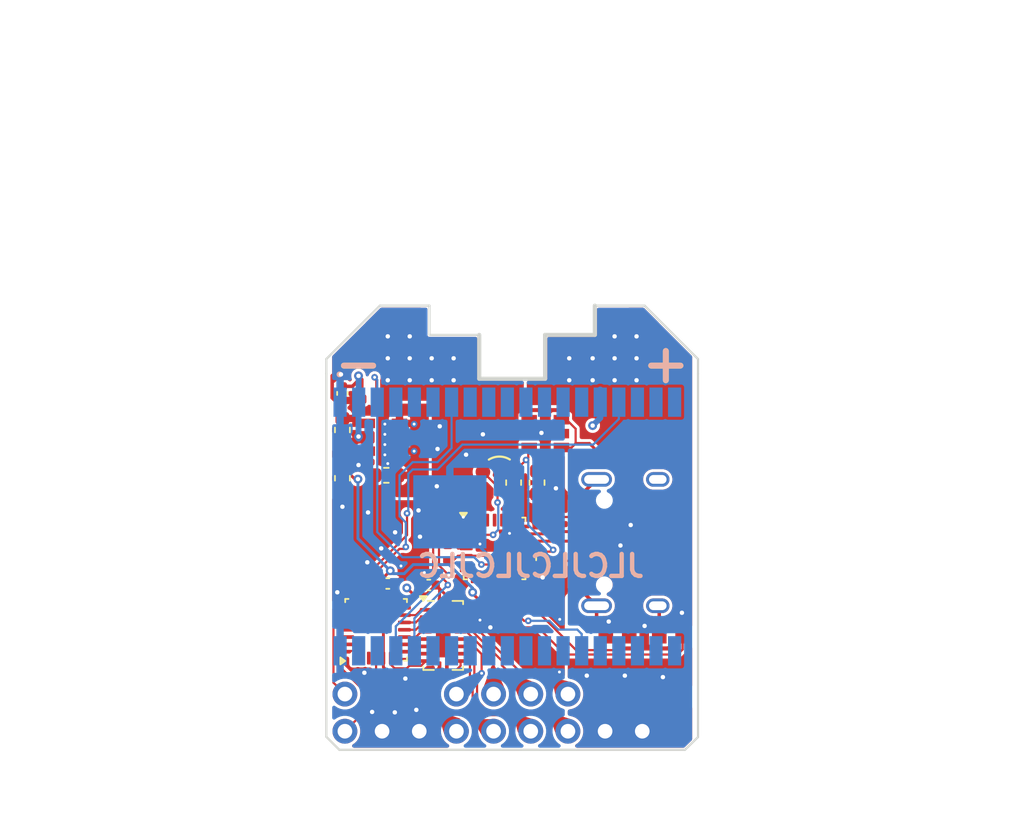
<source format=kicad_pcb>
(kicad_pcb (version 20241229) (generator "pcbnew") (generator_version "9.0")
  (layers (0 "F.Cu" signal) (4 "In1.Cu" signal) (6 "In2.Cu" signal) (2 "B.Cu" signal) (13 "F.Paste" user) (15 "B.Paste" user) (5 "F.SilkS" user "F.Silkscreen") (7 "B.SilkS" user "B.Silkscreen") (1 "F.Mask" user) (3 "B.Mask" user) (25 "Edge.Cuts" user))
  (net 0 "")
  (net 1 "VSERIAL")
  (net 2 "Net-(J1-Pin_4)")
  (net 3 "Net-(J1-Pin_3)")
  (net 4 "Net-(J1-Pin_5)")
  (net 5 "USBD-")
  (net 6 "VUSB")
  (net 7 "USBD+")
  (net 9 "Net-(J2-CC2)")
  (net 10 "Net-(J2-CC1)")
  (net 12 "Net-(U4-PB6)")
  (net 13 "Net-(U2-NRST)")
  (net 14 "Net-(SW1-A)")
  (net 15 "Net-(SW2-A)")
  (net 16 "Net-(U4-NRST)")
  (net 17 "Net-(U4-PB8)")
  (net 18 "ESPBOOT")
  (net 28 "GND")
  (net 29 "+5V")
  (net 30 "3V3")
  (net 31 "ESPEN")
  (net 36 "ESPRX")
  (net 39 "ESPTX")
  (net 40 "STMTX")
  (net 41 "STMRX")
  (net 42 "SWDIO")
  (net 43 "SWDCLK")
  (net 75 "Net-(U2-PA6)")
  (net 76 "Net-(U2-PA7)")
  (net 77 "Net-(U2-PA4)")
  (net 78 "Net-(J1-Pin_6)")
  (net 79 "Net-(U2-PA5)")
  (net 80 "Net-(J3-Pin_3)")
  (net 81 "Net-(J3-Pin_2)")
  (net 82 "Net-(J3-Pin_1)")
  (net 83 "Net-(J3-Pin_4)")
  (net 85 "Net-(U2-PA1)")
  (net 88 "Net-(U2-PA3)")
  (net 94 "Net-(U2-PA0)")
  (net 98 "Net-(U2-PA2)")
  (net 99 "Net-(U4-PB7)")
  (footprint "Connector_PinHeader_2.54mm:PinHeader_1x08_P2.54mm_Vertical" (layer "F.Cu") (at 0 0 90)
    (property "Reference" "J1" (hide yes))
    (property "Value" "Conn_01x08_Male")
  )
  (footprint "Connector_PinHeader_2.54mm:PinHeader_1x04_P2.54mm_Vertical" (layer "F.Cu") (at -3.81 -2.54 90)
    (property "Reference" "J3" (hide yes))
    (property "Value" "Conn_01x04_Male")
  )
  (footprint "Connector_PinHeader_2.54mm:PinHeader_1x02_P2.54mm_Vertical" (layer "F.Cu") (at -11.43 -2.54)
    (property "Reference" "J4" (hide yes))
    (property "Value" "Conn_01x02_Male")
  )
  (footprint "footprints:USB_C_Receptacle_HRO_TYPE-C-31-M-12" (layer "F.Cu") (at 8.9 -12.9 90)
    (property "Reference" "J2" (hide yes))
    (property "Value" "USB_C_Receptacle_USB2.0")
  )
  (footprint "esp32-wrover:C_0603_1608Metric" (layer "F.Cu") (at -8.6 -17.5 180)
    (property "Reference" "C2" (hide yes))
    (property "Value" "10uF")
  )
  (footprint "Resistor_SMD:R_0402_1005Metric" (layer "F.Cu") (at -3.8 -16.75)
    (property "Reference" "R1" (hide yes))
    (property "Value" "1k")
  )
  (footprint "esp32-wrover:C_0603_1608Metric" (layer "F.Cu") (at -11.6 -17.3 -90)
    (property "Reference" "C9" (hide yes))
    (property "Value" "10uF")
  )
  (footprint "esp32-wrover:C_0603_1608Metric" (layer "F.Cu") (at -11.6 -20.6 90)
    (property "Reference" "C4" (hide yes))
    (property "Value" "10uF")
  )
  (footprint "Capacitor_SMD:C_0402_1005Metric" (layer "F.Cu") (at -11.6 -23.1 -90)
    (property "Reference" "C5" (hide yes))
    (property "Value" "1uF")
  )
  (footprint "Resistor_SMD:R_0402_1005Metric" (layer "F.Cu") (at -9.77 -22.71)
    (property "Reference" "R5" (hide yes))
    (property "Value" "10k")
  )
  (footprint "Resistor_SMD:R_0402_1005Metric" (layer "F.Cu") (at -8.7 -3.5)
    (property "Reference" "R6" (hide yes))
    (property "Value" "10k")
  )
  (footprint "Resistor_SMD:R_0402_1005Metric" (layer "F.Cu") (at 3 -11 90)
    (property "Reference" "R8" (hide yes))
    (property "Value" "5.1k")
  )
  (footprint "Resistor_SMD:R_0402_1005Metric" (layer "F.Cu") (at 3 -15.3 -90)
    (property "Reference" "R9" (hide yes))
    (property "Value" "5.1k")
  )
  (footprint "Resistor_SMD:R_0402_1005Metric" (layer "F.Cu") (at 0.9 -8.8 -90)
    (property "Reference" "R10" (hide yes))
    (property "Value" "470 Ohm")
  )
  (footprint "Resistor_SMD:R_0402_1005Metric" (layer "F.Cu") (at -1.6 -8.8 90)
    (property "Reference" "R11" (hide yes))
    (property "Value" "10k")
  )
  (footprint "Button_Switch_SMD:SW_Push_1P1T_NO_CK_KMR2" (layer "F.Cu") (at 7.2 -4.4 -90)
    (property "Reference" "SW1" (hide yes))
    (property "Value" "SW_SPST")
  )
  (footprint "Button_Switch_SMD:SW_Push_1P1T_NO_CK_KMR2" (layer "F.Cu") (at 10.85 -4.4 -90)
    (property "Reference" "SW2" (hide yes))
    (property "Value" "SW_SPST")
  )
  (footprint "Resistor_SMD:R_0402_1005Metric" (layer "F.Cu") (at -0.3 -8.8 -90)
    (property "Reference" "R12" (hide yes))
    (property "Value" "470 Ohm")
  )
  (footprint "footprints:SOT-23-5" (layer "F.Cu") (at -8.8 -20.1 180)
    (property "Reference" "U3" (hide yes))
    (property "Value" "ME6211C33M5G-N")
  )
  (footprint "TestPoint:TestPoint_Pad_D1.0mm" (layer "F.Cu") (at -2 -17.73)
    (property "Reference" "TP1")
    (property "Value" "DFU")
  )
  (footprint "esp32-wrover:C_0603_1608Metric" (layer "F.Cu") (at 1.7 -17 -90)
    (property "Reference" "C11" (hide yes))
    (property "Value" "10uF")
  )
  (footprint "Resistor_SMD:R_0402_1005Metric" (layer "F.Cu") (at -3.45 -15.7)
    (property "Reference" "R2" (hide yes))
    (property "Value" "1k")
  )
  (footprint "Capacitor_SMD:C_0402_1005Metric" (layer "F.Cu") (at -8.5 -10.1)
    (property "Reference" "C7")
    (property "Value" "1uF")
  )
  (footprint "esp32-wrover:C_0603_1608Metric" (layer "F.Cu") (at 0.1 -17 -90)
    (property "Reference" "C12" (hide yes))
    (property "Value" "10uF")
  )
  (footprint "Package_DFN_QFN:QFN-28_4x4mm_P0.5mm" (layer "F.Cu") (at -1.2 -12.4975)
    (property "Reference" "U4")
    (property "Value" "STM32F042G6Ux")
  )
  (footprint "Resistor_SMD:R_0402_1005Metric" (layer "F.Cu") (at -4.4 -14.2 -90)
    (property "Reference" "R14")
    (property "Value" "10k")
  )
  (footprint "Capacitor_SMD:C_0402_1005Metric" (layer "F.Cu") (at -5.7 -10 180)
    (property "Reference" "C8")
    (property "Value" "1uF")
  )
  (footprint "Package_DFN_QFN:DHVQFN-20-1EP_2.5x4.5mm_P0.5mm_EP1x3mm" (layer "F.Cu") (at -4.7125 -6.55)
    (property "Reference" "U6")
    (property "Value" "74HCT245")
  )
  (footprint "Package_DFN_QFN:QFN-28_4x4mm_P0.5mm" (layer "F.Cu") (at -9.3 -6.9375 90)
    (property "Reference" "U2" (hide yes))
    (property "Value" "STM32F042G6Ux")
  )
  (footprint "Resistor_SMD:R_0402_1005Metric" (layer "F.Cu") (at -4.4 -12.209999 -90)
    (property "Reference" "R13")
    (property "Value" "10k")
  )
  (footprint "footprints:SOT-23-5" (layer "F.Cu") (at 2.2625 -20.349999 180)
    (property "Reference" "U5" (hide yes))
    (property "Value" "ME6211C33M5G-N")
  )
  (footprint "Capacitor_SMD:C_0402_1005Metric" (layer "F.Cu") (at 2 -11.8 -90)
    (property "Reference" "C6")
    (property "Value" "1uF")
  )
  (footprint "esp32-wrover:XCVR_ESP32-WROVER" (layer "B.Cu") (at -3.5 -14 -90)
    (property "Reference" "U1" (hide yes))
    (property "Value" "ESP32-WROVER")
  )
  (gr_line (start 9.5 -25) (end 11.5 -25) (stroke (width 0.4)) (layer "F.SilkS"))
  (gr_line (start 10.5 -24) (end 10.5 -26) (stroke (width 0.4)) (layer "F.SilkS"))
  (gr_line (start -11.5 -25) (end -9.5 -25) (stroke (width 0.4)) (layer "F.SilkS"))
  (gr_arc (start -1.593774 -18.571456) (mid -0.878104 -18.780013) (end -0.16 -18.58) (stroke (width 0.15)) (layer "F.SilkS"))
  (gr_line (start 9.5 -25) (end 11.5 -25) (stroke (width 0.4)) (layer "B.SilkS"))
  (gr_line (start -11.5 -25) (end -9.5 -25) (stroke (width 0.4)) (layer "B.SilkS"))
  (gr_line (start 10.5 -24) (end 10.5 -26) (stroke (width 0.4)) (layer "B.SilkS"))
  (gr_line (start -11.811 1.27) (end 11.811 1.27) (stroke (width 0.15)) (layer "Edge.Cuts"))
  (gr_line (start -5.649784 -27.1) (end -2.249992 -27.100034) (stroke (width 0.15)) (layer "Edge.Cuts"))
  (gr_line (start 9.05 -29.1) (end 12.7 -25.45) (stroke (width 0.15)) (layer "Edge.Cuts"))
  (gr_line (start 5.649267 -29.09991) (end 5.649267 -27.100034) (stroke (width 0.282843)) (layer "Edge.Cuts"))
  (gr_line (start 2.249992 -27.100034) (end 2.249992 -24.099698) (stroke (width 0.282843)) (layer "Edge.Cuts"))
  (gr_line (start -9.036755 -29.1) (end -12.7 -25.45) (stroke (width 0.15)) (layer "Edge.Cuts"))
  (gr_line (start -5.649784 -29.09991) (end -5.649784 -27.1) (stroke (width 0.15)) (layer "Edge.Cuts"))
  (gr_line (start 11.811 1.27) (end 12.7 0.4) (stroke (width 0.15)) (layer "Edge.Cuts"))
  (gr_line (start -12.7 0.381) (end -11.811 1.27) (stroke (width 0.15)) (layer "Edge.Cuts"))
  (gr_line (start 12.7 -24.449999) (end 12.7 -25.45) (stroke (width 0.15)) (layer "Edge.Cuts"))
  (gr_line (start 5.649267 -29.09991) (end 9.05 -29.1) (stroke (width 0.15)) (layer "Edge.Cuts"))
  (gr_line (start -12.7 0.381) (end -12.7 -24.45) (stroke (width 0.15)) (layer "Edge.Cuts"))
  (gr_line (start -12.7 -24.45) (end -12.7 -25.45) (stroke (width 0.15)) (layer "Edge.Cuts"))
  (gr_line (start 5.649267 -27.100034) (end 2.249992 -27.100034) (stroke (width 0.282843)) (layer "Edge.Cuts"))
  (gr_line (start -9.036755 -29.100037) (end -5.649784 -29.09991) (stroke (width 0.15)) (layer "Edge.Cuts"))
  (gr_line (start 2.249992 -24.099698) (end -2.249992 -24.099698) (stroke (width 0.282843)) (layer "Edge.Cuts"))
  (gr_line (start -2.249992 -24.099698) (end -2.249992 -27.100034) (stroke (width 0.282843)) (layer "Edge.Cuts"))
  (gr_line (start 12.7 0.4) (end 12.7 -24.449999) (stroke (width 0.15)) (layer "Edge.Cuts"))
  (gr_text "JLCJLCJLCJLC" (at 1.27 -11.3 0) (layer "B.SilkS") (effects (font (size 1.5 1.5) (thickness 0.3)) (justify mirror)))
  (segment (start 2 -12.28) (end 2.68 -12.28) (width 0.15) (layer "F.Cu") (net 1))
  (segment (start -3.1375 -11.9975) (end -3.7025 -11.9975) (width 0.15) (layer "F.Cu") (net 1))
  (segment (start 0.7375 -12.4975) (end 0.0975 -12.4975) (width 0.15) (layer "F.Cu") (net 1))
  (segment (start -3.7025 -11.9975) (end -4 -11.7) (width 0.15) (layer "F.Cu") (net 1))
  (segment (start 1.7175 -11.9975) (end 2 -12.28) (width 0.15) (layer "F.Cu") (net 1))
  (segment (start 0.7375 -11.9975) (end -0.5 -11.9975) (width 0.15) (layer "F.Cu") (net 1))
  (segment (start 0.95 -18.55) (end 0.187501 -17.787501) (width 0.15) (layer "F.Cu") (net 1))
  (segment (start 1.1 -18.7) (end 1.1 -19.375) (width 0.15) (layer "F.Cu") (net 1))
  (segment (start 0.95 -18.55) (end 1.1 -18.7) (width 0.15) (layer "F.Cu") (net 1))
  (segment (start -4 -11.7) (end -4.4 -11.7) (width 0.15) (layer "F.Cu") (net 1))
  (segment (start 0.0975 -12.4975) (end -0.4025 -11.9975) (width 0.15) (layer "F.Cu") (net 1))
  (segment (start -0.4025 -11.9975) (end -0.5 -11.9975) (width 0.15) (layer "F.Cu") (net 1))
  (segment (start 0.187501 -17.787501) (end 0.1 -17.787501) (width 0.15) (layer "F.Cu") (net 1))
  (segment (start 1.1 -19.375) (end 1.125 -19.4) (width 0.15) (layer "F.Cu") (net 1))
  (segment (start 2.68 -12.28) (end 2.8 -12.4) (width 0.15) (layer "F.Cu") (net 1))
  (segment (start -0.5 -11.9975) (end -3.1375 -11.9975) (width 0.15) (layer "F.Cu") (net 1))
  (segment (start 0.7375 -11.9975) (end 1.7175 -11.9975) (width 0.15) (layer "F.Cu") (net 1))
  (via (at 0.95 -18.55) (size 0.45) (drill 0.2) (layers "F.Cu" "B.Cu") (net 1))
  (via (at 2.8 -12.4) (size 0.45) (drill 0.2) (layers "F.Cu" "B.Cu") (net 1))
  (segment (start 0.95 -18.55) (end 1.1 -18.4) (width 0.15) (layer "B.Cu") (net 1))
  (segment (start 1.1 -14.1) (end 2.8 -12.4) (width 0.15) (layer "B.Cu") (net 1))
  (segment (start 1.1 -18.4) (end 1.1 -14.1) (width 0.15) (layer "B.Cu") (net 1))
  (segment (start -3.525 -4.477768) (end -3.525 -4.8) (width 0.15) (layer "F.Cu") (net 2))
  (segment (start -1.97 -0.7) (end -2.4 -0.7) (width 0.15) (layer "F.Cu") (net 2))
  (segment (start -3.09 -1.39) (end -4.33 -1.39) (width 0.15) (layer "F.Cu") (net 2))
  (segment (start -4.33 -1.39) (end -5 -2.06) (width 0.15) (layer "F.Cu") (net 2))
  (segment (start -2.4 -0.7) (end -3.09 -1.39) (width 0.15) (layer "F.Cu") (net 2))
  (segment (start -1.27 0) (end -1.97 -0.7) (width 0.15) (layer "F.Cu") (net 2))
  (segment (start -5 -2.06) (end -5 -3.002768) (width 0.15) (layer "F.Cu") (net 2))
  (segment (start -5 -3.002768) (end -3.525 -4.477768) (width 0.15) (layer "F.Cu") (net 2))
  (segment (start -4.4625 -3.969556) (end -5.5 -2.932056) (width 0.15) (layer "F.Cu") (net 3))
  (segment (start -5.5 -1.69) (end -3.81 0) (width 0.15) (layer "F.Cu") (net 3))
  (segment (start -4.4625 -4.3625) (end -4.4625 -3.969556) (width 0.15) (layer "F.Cu") (net 3))
  (segment (start -5.5 -2.932056) (end -5.5 -1.69) (width 0.15) (layer "F.Cu") (net 3))
  (segment (start -3.525 -5.3) (end -3.202768 -5.3) (width 0.15) (layer "F.Cu") (net 4))
  (segment (start -2.7 -3) (end -2.7 -1.9) (width 0.15) (layer "F.Cu") (net 4))
  (segment (start -2.7 -1.9) (end -1.9 -1.1) (width 0.15) (layer "F.Cu") (net 4))
  (segment (start -2.7 -3.1) (end -2.7 -3) (width 0.15) (layer "F.Cu") (net 4))
  (segment (start -2.9 -3.3) (end -2.7 -3.1) (width 0.15) (layer "F.Cu") (net 4))
  (segment (start -3.202768 -5.3) (end -2.8865 -4.983732) (width 0.15) (layer "F.Cu") (net 4))
  (segment (start 0.17 -1.1) (end 1.27 0) (width 0.15) (layer "F.Cu") (net 4))
  (segment (start -2.8865 -3.3135) (end -2.9 -3.3) (width 0.15) (layer "F.Cu") (net 4))
  (segment (start -1.9 -1.1) (end 0.17 -1.1) (width 0.15) (layer "F.Cu") (net 4))
  (segment (start -2.8865 -4.983732) (end -2.8865 -3.3135) (width 0.15) (layer "F.Cu") (net 4))
  (segment (start 3.904 -12.296) (end 4.05 -12.15) (width 0.15) (layer "F.Cu") (net 5))
  (segment (start 4.05 -12.15) (end 4.855 -12.15) (width 0.15) (layer "F.Cu") (net 5))
  (segment (start 3.8755 -12.9975) (end 3.904 -13.026) (width 0.2) (layer "F.Cu") (net 5))
  (segment (start 0.7375 -12.9975) (end 3.8755 -12.9975) (width 0.2) (layer "F.Cu") (net 5))
  (segment (start 4.855 -13.15) (end 4.028 -13.15) (width 0.15) (layer "F.Cu") (net 5))
  (segment (start 3.904 -13.026) (end 3.904 -12.296) (width 0.15) (layer "F.Cu") (net 5))
  (segment (start 4.028 -13.15) (end 3.904 -13.026) (width 0.15) (layer "F.Cu") (net 5))
  (segment (start 4.3385 -19.676001) (end 4.062499 -19.4) (width 0.15) (layer "F.Cu") (net 6))
  (segment (start 5.284383 -19.676001) (end 4.3385 -19.676001) (width 0.2) (layer "F.Cu") (net 6))
  (segment (start 6.5 -11.166008) (end 5.783992 -10.45) (width 0.2) (layer "F.Cu") (net 6))
  (segment (start 5.783992 -10.45) (end 4.855 -10.45) (width 0.2) (layer "F.Cu") (net 6))
  (segment (start 4.855 -15.35) (end 5.78 -15.35) (width 0.2) (layer "F.Cu") (net 6))
  (segment (start 1.787501 -17.787501) (end 3.4 -19.4) (width 0.15) (layer "F.Cu") (net 6))
  (segment (start 3.4 -21.299998) (end 3.719113 -21.299998) (width 0.15) (layer "F.Cu") (net 6))
  (segment (start 4.3385 -20.680611) (end 4.3385 -19.676001) (width 0.15) (layer "F.Cu") (net 6))
  (segment (start 7.121 -15.251) (end 7.121 -17.839384) (width 0.2) (layer "F.Cu") (net 6))
  (segment (start 4.062499 -19.4) (end 3.4 -19.4) (width 0.15) (layer "F.Cu") (net 6))
  (segment (start 6.5 -14.63) (end 7.121 -15.251) (width 0.2) (layer "F.Cu") (net 6))
  (segment (start 5.78 -15.35) (end 6.5 -14.63) (width 0.2) (layer "F.Cu") (net 6))
  (segment (start 3.719113 -21.299998) (end 4.3385 -20.680611) (width 0.15) (layer "F.Cu") (net 6))
  (segment (start 7.121 -17.839384) (end 5.284383 -19.676001) (width 0.2) (layer "F.Cu") (net 6))
  (segment (start 6.5 -14.63) (end 6.5 -11.166008) (width 0.2) (layer "F.Cu") (net 6))
  (segment (start 1.7 -17.787501) (end 1.787501 -17.787501) (width 0.15) (layer "F.Cu") (net 6))
  (segment (start 5.75 -13.65) (end 4.855 -13.65) (width 0.2) (layer "F.Cu") (net 7))
  (segment (start 5.732 -12.65) (end 5.831 -12.749) (width 0.2) (layer "F.Cu") (net 7))
  (segment (start 4.855 -12.65) (end 5.732 -12.65) (width 0.2) (layer "F.Cu") (net 7))
  (segment (start 2.55 -13.65) (end 4.855 -13.65) (width 0.2) (layer "F.Cu") (net 7))
  (segment (start 0.7375 -13.4975) (end 2.3975 -13.4975) (width 0.2) (layer "F.Cu") (net 7))
  (segment (start 5.831 -12.749) (end 5.831 -13.569) (width 0.2) (layer "F.Cu") (net 7))
  (segment (start 2.3975 -13.4975) (end 2.55 -13.65) (width 0.2) (layer "F.Cu") (net 7))
  (segment (start 5.831 -13.569) (end 5.75 -13.65) (width 0.2) (layer "F.Cu") (net 7))
  (segment (start 4.855 -14.65) (end 3.165 -14.65) (width 0.15) (layer "F.Cu") (net 9))
  (segment (start 3.165 -14.65) (end 3 -14.815) (width 0.15) (layer "F.Cu") (net 9))
  (segment (start 3 -11.485) (end 3.165 -11.65) (width 0.15) (layer "F.Cu") (net 10))
  (segment (start 3.165 -11.65) (end 4.855 -11.65) (width 0.15) (layer "F.Cu") (net 10))
  (segment (start -2.195 -14.44) (end -2.2 -14.435) (width 0.15) (layer "F.Cu") (net 12))
  (segment (start -3.315 -16.75) (end -2.945 -16.75) (width 0.15) (layer "F.Cu") (net 12))
  (segment (start -2.195 -16) (end -2.195 -14.44) (width 0.15) (layer "F.Cu") (net 12))
  (segment (start -2.945 -16.75) (end -2.195 -16) (width 0.15) (layer "F.Cu") (net 12))
  (segment (start -9.185 -3.8) (end -9.3 -3.915) (width 0.15) (layer "F.Cu") (net 13))
  (segment (start -9.2 -3.6) (end -9.185 -3.615) (width 0.15) (layer "F.Cu") (net 13))
  (segment (start -9.185 -3.585) (end -9.2 -3.6) (width 0.15) (layer "F.Cu") (net 13))
  (segment (start -9.185 -3.615) (end -9.185 -3.8) (width 0.15) (layer "F.Cu") (net 13))
  (segment (start -9.3 -3.915) (end -9.3 -5.000001) (width 0.15) (layer "F.Cu") (net 13))
  (segment (start -9.185 -3.5) (end -9.185 -3.585) (width 0.15) (layer "F.Cu") (net 13))
  (segment (start 1.6 -8.315) (end 4.37001 -5.54499) (width 0.15) (layer "F.Cu") (net 14))
  (segment (start 4.37001 -5.54499) (end 7.09499 -5.54499) (width 0.15) (layer "F.Cu") (net 14))
  (segment (start 7.09499 -5.54499) (end 8 -6.45) (width 0.15) (layer "F.Cu") (net 14))
  (segment (start 0.9 -8.315) (end 1.6 -8.315) (width 0.15) (layer "F.Cu") (net 14))
  (segment (start -0.3 -8.315) (end -0.3 -8) (width 0.15) (layer "F.Cu") (net 15))
  (segment (start 11.65 -5.58996) (end 11.65 -6.45) (width 0.15) (layer "F.Cu") (net 15))
  (segment (start 0.6 -7.1) (end 1.765 -7.1) (width 0.15) (layer "F.Cu") (net 15))
  (segment (start 3.62002 -5.24498) (end 11.30502 -5.24498) (width 0.15) (layer "F.Cu") (net 15))
  (segment (start 1.765 -7.1) (end 3.62002 -5.24498) (width 0.15) (layer "F.Cu") (net 15))
  (segment (start 11.30502 -5.24498) (end 11.65 -5.58996) (width 0.15) (layer "F.Cu") (net 15))
  (segment (start -0.3 -8) (end 0.6 -7.1) (width 0.15) (layer "F.Cu") (net 15))
  (segment (start -3.1375 -12.4975) (end -3.6975 -12.4975) (width 0.15) (layer "F.Cu") (net 16))
  (segment (start -3.919998 -12.719998) (end -4.4 -12.719998) (width 0.15) (layer "F.Cu") (net 16))
  (segment (start -3.6975 -12.4975) (end -3.919998 -12.719998) (width 0.15) (layer "F.Cu") (net 16))
  (segment (start -1 -15.64) (end -1 -16.73) (width 0.15) (layer "F.Cu") (net 17))
  (segment (start -3.5025 -13.9975) (end -3.1975 -13.9975) (width 0.15) (layer "F.Cu") (net 17))
  (segment (start -2.474732 -13.8625) (end -3.0625 -13.8625) (width 0.15) (layer "F.Cu") (net 17))
  (segment (start -1 -16.73) (end -2 -17.73) (width 0.15) (layer "F.Cu") (net 17))
  (segment (start -1.3 -13.43) (end -2.042232 -13.43) (width 0.15) (layer "F.Cu") (net 17))
  (segment (start -2.042232 -13.43) (end -2.474732 -13.8625) (width 0.15) (layer "F.Cu") (net 17))
  (segment (start -3.0625 -13.8625) (end -3.1975 -13.9975) (width 0.15) (layer "F.Cu") (net 17))
  (segment (start -3.809999 -13.690001) (end -3.5025 -13.9975) (width 0.15) (layer "F.Cu") (net 17))
  (segment (start -4.4 -13.690001) (end -3.809999 -13.690001) (width 0.15) (layer "F.Cu") (net 17))
  (via (at -1 -15.64) (size 0.45) (drill 0.2) (layers "F.Cu" "B.Cu") (net 17))
  (via (at -1.3 -13.43) (size 0.45) (drill 0.2) (layers "F.Cu" "B.Cu") (net 17))
  (segment (start -1.3 -13.43) (end -0.95 -13.78) (width 0.15) (layer "B.Cu") (net 17))
  (segment (start -0.95 -15.59) (end -1 -15.64) (width 0.15) (layer "B.Cu") (net 17))
  (segment (start -0.95 -13.78) (end -0.95 -15.59) (width 0.15) (layer "B.Cu") (net 17))
  (segment (start 0.354 -8.008704) (end 0.812704 -7.55) (width 0.15) (layer "F.Cu") (net 18))
  (segment (start -0.7 -10.56) (end -0.7 -10) (width 0.15) (layer "F.Cu") (net 18))
  (segment (start -0.3 -9.6) (end -0.3 -9.285) (width 0.15) (layer "F.Cu") (net 18))
  (segment (start 0.812704 -7.55) (end 1.1 -7.55) (width 0.15) (layer "F.Cu") (net 18))
  (segment (start -0.7 -10) (end -0.3 -9.6) (width 0.15) (layer "F.Cu") (net 18))
  (segment (start 0.354 -8.631) (end 0.354 -8.008704) (width 0.15) (layer "F.Cu") (net 18))
  (segment (start -1.6 -9.285) (end -0.3 -9.285) (width 0.15) (layer "F.Cu") (net 18))
  (segment (start -0.3 -9.285) (end 0.354 -8.631) (width 0.15) (layer "F.Cu") (net 18))
  (via (at 1.1 -7.55) (size 0.45) (drill 0.2) (layers "F.Cu" "B.Cu") (net 18))
  (segment (start 3.15 -6.95) (end 4.45 -6.95) (width 0.15) (layer "B.Cu") (net 18))
  (segment (start 1.1 -7.55) (end 2.55 -7.55) (width 0.15) (layer "B.Cu") (net 18))
  (segment (start 2.55 -7.55) (end 3.15 -6.95) (width 0.15) (layer "B.Cu") (net 18))
  (segment (start 4.45 -6.95) (end 4.75 -6.65) (width 0.15) (layer "B.Cu") (net 18))
  (segment (start 4.75 -6.65) (end 4.75 -5.5) (width 0.15) (layer "B.Cu") (net 18))
  (segment (start -11.7 -24.4) (end -11.6 -24.3) (width 0.24) (layer "F.Cu") (net 28))
  (segment (start 4.855 -16.305) (end 5.77 -17.22) (width 0.24) (layer "F.Cu") (net 28))
  (segment (start 4.855 -9.495) (end 5.77 -8.58) (width 0.24) (layer "F.Cu") (net 28))
  (segment (start 1.7 -16.212499) (end 2.592499 -16.212499) (width 0.2) (layer "F.Cu") (net 28))
  (segment (start -12.3 -24.3) (end -12.2 -24.4) (width 0.24) (layer "F.Cu") (net 28))
  (segment (start 2 -10.6) (end 2.085 -10.515) (width 0.2) (layer "F.Cu") (net 28))
  (segment (start 2.050001 -20.349999) (end 2 -20.4) (width 0.2) (layer "F.Cu") (net 28))
  (segment (start 2 -11.32) (end 2 -10.6) (width 0.2) (layer "F.Cu") (net 28))
  (segment (start 4.855 -9.65) (end 3.16 -9.65) (width 0.24) (layer "F.Cu") (net 28))
  (segment (start 3.16 -9.65) (end 3 -9.81) (width 0.24) (layer "F.Cu") (net 28))
  (segment (start -11.6 -15.8) (end -11.6 -16.8125) (width 0.4) (layer "F.Cu") (net 28))
  (segment (start -6.18 -10) (end -6.18 -10.58) (width 0.2) (layer "F.Cu") (net 28))
  (segment (start 3.4 -20.349999) (end 2.050001 -20.349999) (width 0.2) (layer "F.Cu") (net 28))
  (segment (start 5.77 -7.08) (end 5.77 -8.58) (width 0.24) (layer "F.Cu") (net 28))
  (segment (start 10.05 -8.48) (end 9.95 -8.58) (width 0.24) (layer "F.Cu") (net 28))
  (segment (start -7.7 -20.1) (end -8.4 -20.1) (width 0.5) (layer "F.Cu") (net 28))
  (segment (start 1.8225 -11.4975) (end 2 -11.32) (width 0.2) (layer "F.Cu") (net 28))
  (segment (start 3 -16.6) (end 2.99 -16.61) (width 0.24) (layer "F.Cu") (net 28))
  (segment (start 4.855 -9.65) (end 4.855 -9.495) (width 0.24) (layer "F.Cu") (net 28))
  (segment (start -6.18 -10.58) (end -6.9 -11.3) (width 0.2) (layer "F.Cu") (net 28))
  (segment (start 3.585 -15.785) (end 3 -15.785) (width 0.24) (layer "F.Cu") (net 28))
  (segment (start 3 -9.81) (end 3 -10.515) (width 0.24) (layer "F.Cu") (net 28))
  (segment (start -8.4 -20.1) (end -8.7 -20.4) (width 0.24) (layer "F.Cu") (net 28))
  (segment (start -5.225 -4.1) (end -6.8 -4.1) (width 0.2) (layer "F.Cu") (net 28))
  (segment (start 2.085 -10.515) (end 3 -10.515) (width 0.2) (layer "F.Cu") (net 28))
  (segment (start -4.330001 -14.64) (end -4.4 -14.709999) (width 0.2) (layer "F.Cu") (net 28))
  (segment (start -8.3 -8.875) (end -8.3 -9.5) (width 0.2) (layer "F.Cu") (net 28))
  (segment (start 0.1 -16.212499) (end 1.7 -16.212499) (width 0.2) (layer "F.Cu") (net 28))
  (segment (start -11.6 -21.3875) (end -11.6 -22.615) (width 0.24) (layer "F.Cu") (net 28))
  (segment (start -3.34 -14.64) (end -4.330001 -14.64) (width 0.2) (layer "F.Cu") (net 28))
  (segment (start -12.2 -24.4) (end -11.7 -24.4) (width 0.24) (layer "F.Cu") (net 28))
  (segment (start -6.9 -11.3) (end -7.6 -11.3) (width 0.2) (layer "F.Cu") (net 28))
  (segment (start 4.855 -16.15) (end 3.95 -16.15) (width 0.24) (layer "F.Cu") (net 28))
  (segment (start -6.8 -4.1) (end -7.3 -3.6) (width 0.2) (layer "F.Cu") (net 28))
  (segment (start -2.243362 -7.6) (end -2.943362 -8.3) (width 0.2) (layer "F.Cu") (net 28))
  (segment (start -7.6 -10.52) (end -7.6 -11.3) (width 0.2) (layer "F.Cu") (net 28))
  (segment (start 2.8875 -16.7125) (end 2.99 -16.61) (width 0.2) (layer "F.Cu") (net 28))
  (segment (start -4.9625 -4.3625) (end -5.225 -4.1) (width 0.2) (layer "F.Cu") (net 28))
  (segment (start 6.4 -6.45) (end 5.77 -7.08) (width 0.24) (layer "F.Cu") (net 28))
  (segment (start 4.855 -16.15) (end 4.855 -16.305) (width 0.24) (layer "F.Cu") (net 28))
  (segment (start 10.05 -6.45) (end 10.05 -8.48) (width 0.24) (layer "F.Cu") (net 28))
  (segment (start -12.1 -22.6) (end -12.3 -22.8) (width 0.24) (layer "F.Cu") (net 28))
  (segment (start 0.7375 -11.4975) (end 1.8225 -11.4975) (width 0.2) (layer "F.Cu") (net 28))
  (segment (start 3.95 -16.15) (end 3.585 -15.785) (width 0.24) (layer "F.Cu") (net 28))
  (segment (start -11.6 -22.615) (end -11.615 -22.6) (width 0.24) (layer "F.Cu") (net 28))
  (segment (start -2.943362 -8.3) (end -3.525 -8.3) (width 0.2) (layer "F.Cu") (net 28))
  (segment (start -8.3 -9.5) (end -8.02 -9.78) (width 0.2) (layer "F.Cu") (net 28))
  (segment (start -12.3 -22.8) (end -12.3 -24.3) (width 0.24) (layer "F.Cu") (net 28))
  (segment (start -8.02 -10.1) (end -7.6 -10.52) (width 0.2) (layer "F.Cu") (net 28))
  (segment (start 2.592499 -16.212499) (end 2.99 -16.61) (width 0.2) (layer "F.Cu") (net 28))
  (segment (start -11.615 -22.6) (end -12.1 -22.6) (width 0.24) (layer "F.Cu") (net 28))
  (segment (start 3 -15.785) (end 3 -16.6) (width 0.24) (layer "F.Cu") (net 28))
  (segment (start 5.77 -8.58) (end 5.92 -8.58) (width 0.24) (layer "F.Cu") (net 28))
  (segment (start -2.2 -7.6) (end -2.243362 -7.6) (width 0.2) (layer "F.Cu") (net 28))
  (segment (start -8.02 -9.78) (end -8.02 -10.1) (width 0.2) (layer "F.Cu") (net 28))
  (via (at -8.5 -25.5) (size 0.6) (drill 0.3) (layers "F.Cu" "B.Cu") (net 28))
  (via (at -8.5 -24) (size 0.6) (drill 0.3) (layers "F.Cu" "B.Cu") (net 28))
  (via (at -8.5 -27) (size 0.6) (drill 0.3) (layers "F.Cu" "B.Cu") (net 28))
  (via (at -8.7 -20.3) (size 0.45) (drill 0.2) (layers "F.Cu" "B.Cu") (net 28))
  (via (at -9.9 -11.55) (size 0.6) (drill 0.3) (layers "F.Cu" "B.Cu") (net 28))
  (via (at -10.1 -4) (size 0.6) (drill 0.3) (layers "F.Cu" "B.Cu") (net 28))
  (via (at -7.3 -3.6) (size 0.6) (drill 0.3) (layers "F.Cu" "B.Cu") (net 28))
  (via (at -5.15 -16.75) (size 0.6) (drill 0.3) (layers "F.Cu" "B.Cu") (net 28))
  (via (at -8.5 -18.3) (size 0.45) (drill 0.2) (layers "F.Cu" "B.Cu") (net 28))
  (via (at -8.7 -18.9) (size 0.45) (drill 0.2) (layers "F.Cu" "B.Cu") (net 28))
  (via (at -8.7 -21) (size 0.45) (drill 0.2) (layers "F.Cu" "B.Cu") (net 28))
  (via (at -8.7 -19.6) (size 0.45) (drill 0.2) (layers "F.Cu" "B.Cu") (net 28))
  (via (at -6.3 -13.3) (size 0.6) (drill 0.3) (layers "F.Cu" "B.Cu") (net 28))
  (via (at -2.2 -7.6) (size 0.45) (drill 0.2) (layers "F.Cu" "B.Cu") (net 28))
  (via (at -4 -24) (size 0.6) (drill 0.3) (layers "F.Cu" "B.Cu") (net 28))
  (via (at -11.95 -9.5) (size 0.6) (drill 0.3) (layers "F.Cu" "B.Cu") (net 28))
  (via (at -3.34 -14.64) (size 0.45) (drill 0.2) (layers "F.Cu" "B.Cu") (net 28))
  (via (at 2.99 -16.61) (size 0.6) (drill 0.3) (layers "F.Cu" "B.Cu") (net 28))
  (via (at -2.2 -12.8) (size 0.45) (drill 0.2) (layers "F.Cu" "B.Cu") (net 28))
  (via (at -6.4 -15.1) (size 0.6) (drill 0.3) (layers "F.Cu" "B.Cu") (net 28))
  (via (at -5.5 -25.5) (size 0.6) (drill 0.3) (layers "F.Cu" "B.Cu") (net 28))
  (via (at -4.95 -20.85) (size 0.6) (drill 0.3) (layers "F.Cu" "B.Cu") (net 28))
  (via (at -1.49 -7.1) (size 0.6) (drill 0.3) (layers "F.Cu" "B.Cu") (net 28))
  (via (at -5.1 -19.3) (size 0.6) (drill 0.3) (layers "F.Cu" "B.Cu") (net 28))
  (via (at -2 -20.3) (size 0.6) (drill 0.3) (layers "F.Cu" "B.Cu") (net 28))
  (via (at 2 -20.4) (size 0.6) (drill 0.3) (layers "F.Cu" "B.Cu") (net 28))
  (via (at -3.15 -18.91) (size 0.6) (drill 0.3) (layers "F.Cu" "B.Cu") (net 28))
  (via (at -6 -10.85) (size 0.45) (drill 0.2) (layers "F.Cu" "B.Cu") (net 28))
  (via (at -7.6 -11.3) (size 0.45) (drill 0.2) (layers "F.Cu" "B.Cu") (net 28))
  (via (at -8 -13.6) (size 0.6) (drill 0.3) (layers "F.Cu" "B.Cu") (net 28))
  (via (at -9.85 -14.96) (size 0.6) (drill 0.3) (layers "F.Cu" "B.Cu") (net 28))
  (via (at -11.7 -24.4) (size 0.6) (drill 0.3) (layers "F.Cu" "B.Cu") (net 28))
  (via (at -7 -27) (size 0.6) (drill 0.3) (layers "F.Cu" "B.Cu") (net 28))
  (via (at 3.25 -7.65) (size 0.45) (drill 0.2) (layers "F.Cu" "B.Cu") (net 28))
  (via (at -10.5 -18.2) (size 0.6) (drill 0.3) (layers "F.Cu" "B.Cu") (net 28))
  (via (at -4 -25.5) (size 0.6) (drill 0.3) (layers "F.Cu" "B.Cu") (net 28))
  (via (at -7 -24) (size 0.6) (drill 0.3) (layers "F.Cu" "B.Cu") (net 28))
  (via (at -8.02 -1.29) (size 0.6) (drill 0.3) (layers "F.Cu" "B.Cu") (net 28))
  (via (at -5.5 -24) (size 0.6) (drill 0.3) (layers "F.Cu" "B.Cu") (net 28))
  (via (at 2.085 -10.515) (size 0.6) (drill 0.3) (layers "F.Cu" "B.Cu") (net 28))
  (via (at 3.23 -4.05) (size 0.45) (drill 0.2) (layers "F.Cu" "B.Cu") (net 28))
  (via (at -6.55 -1.46) (size 0.6) (drill 0.3) (layers "F.Cu" "B.Cu") (net 28))
  (via (at -8.95 -12.5) (size 0.6) (drill 0.3) (layers "F.Cu" "B.Cu") (net 28))
  (via (at -0.18 -13.53) (size 0.45) (drill 0.2) (layers "F.Cu" "B.Cu") (net 28))
  (via (at -7 -25.5) (size 0.6) (drill 0.3) (layers "F.Cu" "B.Cu") (net 28))
  (via (at -9.57 -1.32) (size 0.6) (drill 0.3) (layers "F.Cu" "B.Cu") (net 28))
  (via (at -11.6 -15.35) (size 0.6) (drill 0.3) (layers "F.Cu" "B.Cu") (net 28))
  (via (at 5.5 -20.9) (size 0.6) (drill 0.3) (layers "F.Cu" "B.Cu") (net 28))
  (segment (start -11.76 -5.5) (end -11.76 -6.24) (width 0.25) (layer "B.Cu") (net 28))
  (segment (start 5.5 -20.9) (end 6.02 -21.42) (width 0.4) (layer "B.Cu") (net 28))
  (segment (start 6.02 -21.42) (end 6.02 -22.5) (width 0.4) (layer "B.Cu") (net 28))
  (segment (start 5.4 -20.9) (end 5.5 -20.9) (width 0.4) (layer "B.Cu") (net 28))
  (segment (start -11.7 -24.4) (end -11.76 -24.34) (width 0.24) (layer "B.Cu") (net 28))
  (segment (start -11.76 -24.34) (end -11.76 -22.5) (width 0.24) (layer "B.Cu") (net 28))
  (segment (start -10.1 -26) (end -8.5 -26) (width 0.4) (layer "B.Cu") (net 28))
  (segment (start -8.89 -1.97) (end -10.76 -3.84) (width 0.4) (layer "B.Cu") (net 28))
  (segment (start -10.76 -3.84) (end -11.59 -3.84) (width 0.4) (layer "B.Cu") (net 28))
  (segment (start -11.59 -3.84) (end -11.76 -4.01) (width 0.4) (layer "B.Cu") (net 28))
  (segment (start -11.76 -4.01) (end -11.76 -5.5) (width 0.4) (layer "B.Cu") (net 28))
  (segment (start -4.26 -14.66) (end -1.5 -11.9) (width 0.2) (layer "B.Cu") (net 28))
  (segment (start -4.26 -15) (end -3.7 -15) (width 0.2) (layer "B.Cu") (net 28))
  (segment (start -11.7 -24.4) (end -10.1 -26) (width 0.4) (layer "B.Cu") (net 28))
  (segment (start -1.5 -11.9) (end -1.5 -8.3) (width 0.2) (layer "B.Cu") (net 28))
  (segment (start 6.02 -22.5) (end 6.02 -23.365996) (width 0.4) (layer "B.Cu") (net 28))
  (segment (start -11.76 -22.5) (end -11.76 -19.46) (width 0.24) (layer "B.Cu") (net 28))
  (segment (start -8.89 0) (end -8.89 -1.97) (width 0.4) (layer "B.Cu") (net 28))
  (segment (start -4.26 -15) (end -4.26 -14.66) (width 0.2) (layer "B.Cu") (net 28))
  (segment (start -1.5 -8.3) (end -2.2 -7.6) (width 0.2) (layer "B.Cu") (net 28))
  (segment (start -11.76 -19.46) (end -10.5 -18.2) (width 0.24) (layer "B.Cu") (net 28))
  (segment (start -3.7 -15) (end -3.34 -14.64) (width 0.2) (layer "B.Cu") (net 28))
  (segment (start -7.2 -9.8) (end -6.789 -9.389) (width 0.2) (layer "F.Cu") (net 29))
  (segment (start 7.2 -3.3) (end 7.2 -1.59) (width 0.2) (layer "F.Cu") (net 29))
  (segment (start -4.9625 -8.7375) (end -4.9625 -9.7425) (width 0.2) (layer "F.Cu") (net 29))
  (segment (start -5.831 -9.389) (end -5.22 -10) (width 0.2) (layer "F.Cu") (net 29))
  (segment (start -6.7 -19.15) (end -7.8 -19.15) (width 0.5) (layer "F.Cu") (net 29))
  (segment (start -4.4625 -9.2425) (end -5.22 -10) (width 0.2) (layer "F.Cu") (net 29))
  (segment (start 7.7 -3.8) (end 7.2 -3.3) (width 0.2) (layer "F.Cu") (net 29))
  (segment (start -6.7 -19.15) (end -6.7 -21) (width 0.5) (layer "F.Cu") (net 29))
  (segment (start -7.8125 -17.75) (end -7.8125 -19.1375) (width 0.4) (layer "F.Cu") (net 29))
  (segment (start 10.849999 -1.759999) (end 10.85 -3.19) (width 0.19) (layer "F.Cu") (net 29))
  (segment (start -7.8125 -19.1375) (end -7.8 -19.15) (width 0.24) (layer "F.Cu") (net 29))
  (segment (start -4.4625 -8.7375) (end -4.4625 -9.2425) (width 0.2) (layer "F.Cu") (net 29))
  (segment (start -6.750998 -21.05) (end -7.8 -21.05) (width 0.5) (layer "F.Cu") (net 29))
  (segment (start 10.3 -3.7) (end 10.829999 -3.170001) (width 0.24) (layer "F.Cu") (net 29))
  (segment (start -6.789 -9.389) (end -5.831 -9.389) (width 0.2) (layer "F.Cu") (net 29))
  (segment (start -4.9625 -9.7425) (end -5.22 -10) (width 0.2) (layer "F.Cu") (net 29))
  (via (at 8.5 -25.5) (size 0.6) (drill 0.3) (layers "F.Cu" "B.Cu") (net 29))
  (via (at 7 -25.5) (size 0.6) (drill 0.3) (layers "F.Cu" "B.Cu") (net 29))
  (via (at 8.5 -24) (size 0.6) (drill 0.3) (layers "F.Cu" "B.Cu") (net 29))
  (via (at 7 -27) (size 0.6) (drill 0.3) (layers "F.Cu" "B.Cu") (net 29))
  (via (at 7 -24) (size 0.6) (drill 0.3) (layers "F.Cu" "B.Cu") (net 29))
  (via (at 8.5 -27) (size 0.6) (drill 0.3) (layers "F.Cu" "B.Cu") (net 29))
  (via (at 5.5 -25.5) (size 0.6) (drill 0.3) (layers "F.Cu" "B.Cu") (net 29))
  (via (at -6.7 -19.15) (size 0.45) (drill 0.2) (layers "F.Cu" "B.Cu") (net 29))
  (via (at 5.1 -3.8) (size 0.6) (drill 0.3) (layers "F.Cu" "B.Cu") (net 29))
  (via (at 7.7 -3.8) (size 0.6) (drill 0.3) (layers "F.Cu" "B.Cu") (net 29))
  (via (at 10.3 -3.7) (size 0.6) (drill 0.3) (layers "F.Cu" "B.Cu") (net 29))
  (via (at -6.7 -21) (size 0.45) (drill 0.2) (layers "F.Cu" "B.Cu") (net 29))
  (via (at 5.5 -24) (size 0.6) (drill 0.3) (layers "F.Cu" "B.Cu") (net 29))
  (via (at 3.9 -25.5) (size 0.6) (drill 0.3) (layers "F.Cu" "B.Cu") (net 29))
  (via (at 3.9 -24) (size 0.6) (drill 0.3) (layers "F.Cu" "B.Cu") (net 29))
  (via (at 11.6 -8.1) (size 0.6) (drill 0.3) (layers "F.Cu" "B.Cu") (net 29))
  (via (at 7.4 -12.7) (size 0.6) (drill 0.3) (layers "F.Cu" "B.Cu") (net 29))
  (via (at 9.05 -7.2) (size 0.6) (drill 0.3) (layers "F.Cu" "B.Cu") (net 29))
  (via (at 6.6 -7.5) (size 0.6) (drill 0.3) (layers "F.Cu" "B.Cu") (net 29))
  (via (at 8.1 -14.1) (size 0.6) (drill 0.3) (layers "F.Cu" "B.Cu") (net 29))
  (via (at -7.2 -9.8) (size 0.6) (drill 0.3) (layers "F.Cu" "B.Cu") (net 29))
  (segment (start -11.6 -18.3875) (end -11.6 -19.8125) (width 0.4) (layer "F.Cu") (net 30))
  (segment (start -10.915 -23.585) (end -10.5 -24) (width 0.24) (layer "F.Cu") (net 30))
  (segment (start -8.98 -10.32) (end -8.33 -10.97) (width 0.2) (layer "F.Cu") (net 30))
  (segment (start -10.255 -24.055) (end -10.5 -24.3) (width 0.2) (layer "F.Cu") (net 30))
  (segment (start -8.8 -5) (end -8.8 -7.7) (width 0.2) (layer "F.Cu") (net 30))
  (segment (start -10 -19.15) (end -10 -19.65) (width 0.4) (layer "F.Cu") (net 30))
  (segment (start -8.8 -8.875) (end -8.8 -9.4) (width 0.2) (layer "F.Cu") (net 30))
  (segment (start -9.3 -8.2) (end -8.8 -7.7) (width 0.2) (layer "F.Cu") (net 30))
  (segment (start -2.7 -9.415) (end -2.7 -9.5) (width 0.2) (layer "F.Cu") (net 30))
  (segment (start -8.8 -7.7) (end -8.8 -8.875) (width 0.2) (layer "F.Cu") (net 30))
  (segment (start -10.8375 -19.8125) (end -10.5 -20.15) (width 0.4) (layer "F.Cu") (net 30))
  (segment (start -10 -19.65) (end -10.5 -20.15) (width 0.4) (layer "F.Cu") (net 30))
  (segment (start -11.6 -19.8125) (end -10.8375 -19.8125) (width 0.4) (layer "F.Cu") (net 30))
  (segment (start -8.8 -4.385) (end -8.215 -3.8) (width 0.2) (layer "F.Cu") (net 30))
  (segment (start -8.98 -10.1) (end -8.98 -10.32) (width 0.2) (layer "F.Cu") (net 30))
  (segment (start -8.8 -5) (end -8.8 -4.385) (width 0.2) (layer "F.Cu") (net 30))
  (segment (start -9.3 -8.874999) (end -9.3 -8.2) (width 0.2) (layer "F.Cu") (net 30))
  (segment (start -10.255 -22.71) (end -10.255 -24.055) (width 0.2) (layer "F.Cu") (net 30))
  (segment (start -8.98 -9.58) (end -8.98 -10.1) (width 0.2) (layer "F.Cu") (net 30))
  (segment (start -11.6 -23.585) (end -10.915 -23.585) (width 0.24) (layer "F.Cu") (net 30))
  (segment (start -10.7525 -17.24) (end -11.6 -18.0875) (width 0.2) (layer "F.Cu") (net 30))
  (segment (start -10.5 -24.3) (end -10.5 -24) (width 0.24) (layer "F.Cu") (net 30))
  (segment (start -1.6 -8.315) (end -2.7 -9.415) (width 0.2) (layer "F.Cu") (net 30))
  (segment (start -8.215 -3.5) (end -8.215 -3.8) (width 0.2) (layer "F.Cu") (net 30))
  (segment (start -10.54 -17.24) (end -10.7525 -17.24) (width 0.2) (layer "F.Cu") (net 30))
  (segment (start -8.8 -9.4) (end -8.98 -9.58) (width 0.2) (layer "F.Cu") (net 30))
  (via (at -10.5 -20.15) (size 0.6) (drill 0.3) (layers "F.Cu" "B.Cu") (net 30))
  (via (at -10.54 -17.24) (size 0.6) (drill 0.3) (layers "F.Cu" "B.Cu") (net 30))
  (via (at -10.5 -24.3) (size 0.6) (drill 0.3) (layers "F.Cu" "B.Cu") (net 30))
  (via (at -8.33 -10.97) (size 0.6) (drill 0.3) (layers "F.Cu" "B.Cu") (net 30))
  (via (at -2.7 -9.5) (size 0.6) (drill 0.3) (layers "F.Cu" "B.Cu") (net 30))
  (segment (start -10.5 -24.3) (end -10.49 -24.29) (width 0.24) (layer "B.Cu") (net 30))
  (segment (start -10.49 -24.29) (end -10.49 -22.5) (width 0.4) (layer "B.Cu") (net 30))
  (segment (start -2.7 -9.780275) (end -4.313924 -11.394199) (width 0.2) (layer "B.Cu") (net 30))
  (segment (start -6.761924 -11.394199) (end -7.382123 -10.774) (width 0.2) (layer "B.Cu") (net 30))
  (segment (start -8.134 -10.774) (end -8.33 -10.97) (width 0.2) (layer "B.Cu") (net 30))
  (segment (start -10.5 -20) (end -10.5 -22.49) (width 0.4) (layer "B.Cu") (net 30))
  (segment (start -4.313924 -11.394199) (end -6.761924 -11.394199) (width 0.2) (layer "B.Cu") (net 30))
  (segment (start -2.7 -9.5) (end -2.7 -9.780275) (width 0.2) (layer "B.Cu") (net 30))
  (segment (start -10.54 -13.18) (end -10.54 -17.24) (width 0.2) (layer "B.Cu") (net 30))
  (segment (start -7.382123 -10.774) (end -8.134 -10.774) (width 0.2) (layer "B.Cu") (net 30))
  (segment (start -8.33 -10.97) (end -10.54 -13.18) (width 0.2) (layer "B.Cu") (net 30))
  (segment (start -10.5 -22.49) (end -10.49 -22.5) (width 0.24) (layer "B.Cu") (net 30))
  (segment (start -0.2 -10.122501) (end 0.637501 -9.285) (width 0.15) (layer "F.Cu") (net 31))
  (segment (start -9.285 -22.71) (end -9.285 -24.085) (width 0.15) (layer "F.Cu") (net 31))
  (segment (start -9.285 -24.085) (end -9.4 -24.2) (width 0.15) (layer "F.Cu") (net 31))
  (segment (start -0.2 -10.56) (end -0.2 -10.122501) (width 0.15) (layer "F.Cu") (net 31))
  (segment (start 0.637501 -9.285) (end 0.9 -9.285) (width 0.15) (layer "F.Cu") (net 31))
  (segment (start -0.2 -11.1) (end -0.2 -10.56) (width 0.15) (layer "F.Cu") (net 31))
  (segment (start -0.5 -11.4) (end -0.2 -11.1) (width 0.15) (layer "F.Cu") (net 31))
  (segment (start -2.1 -11.4) (end -0.5 -11.4) (width 0.15) (layer "F.Cu") (net 31))
  (via (at -9.4 -24.2) (size 0.45) (drill 0.2) (layers "F.Cu" "B.Cu") (net 31))
  (via (at -2.1 -11.4) (size 0.45) (drill 0.2) (layers "F.Cu" "B.Cu") (net 31))
  (segment (start -2.1 -11.4) (end -2.6 -11.9) (width 0.15) (layer "B.Cu") (net 31))
  (segment (start -9.22 -13.62) (end -9.22 -22.5) (width 0.15) (layer "B.Cu") (net 31))
  (segment (start -9.4 -24.2) (end -9.22 -24.02) (width 0.15) (layer "B.Cu") (net 31))
  (segment (start -2.6 -11.9) (end -7.5 -11.9) (width 0.15) (layer "B.Cu") (net 31))
  (segment (start -7.5 -11.9) (end -9.22 -13.62) (width 0.15) (layer "B.Cu") (net 31))
  (segment (start -9.22 -24.02) (end -9.22 -22.5) (width 0.15) (layer "B.Cu") (net 31))
  (segment (start -5.4 -11.1) (end -4.4 -10.1) (width 0.15) (layer "F.Cu") (net 36))
  (segment (start -5.4 -15.1) (end -5.4 -11.1) (width 0.15) (layer "F.Cu") (net 36))
  (segment (start -4.285 -16.75) (end -4.285 -16.215) (width 0.15) (layer "F.Cu") (net 36))
  (segment (start -4.285 -16.215) (end -5.4 -15.1) (width 0.15) (layer "F.Cu") (net 36))
  (segment (start -4.4 -10.1) (end -4.4 -10) (width 0.15) (layer "F.Cu") (net 36))
  (via (at -4.4 -10) (size 0.45) (drill 0.2) (layers "F.Cu" "B.Cu") (net 36))
  (segment (start -6.68 -6.42) (end -6.68 -5.5) (width 0.25) (layer "B.Cu") (net 36))
  (segment (start -6.68 -7.72) (end -6.68 -5.5) (width 0.15) (layer "B.Cu") (net 36))
  (segment (start -4.4 -10) (end -6.68 -7.72) (width 0.15) (layer "B.Cu") (net 36))
  (segment (start -6.68 -6.42) (end -6.68 -5.5) (width 0.25) (layer "B.Cu") (net 36))
  (segment (start -4.314983 -15.7) (end -3.96 -15.7) (width 0.15) (layer "F.Cu") (net 39))
  (segment (start -5 -15.014983) (end -4.314983 -15.7) (width 0.15) (layer "F.Cu") (net 39))
  (segment (start -4.332508 -10.668906) (end -5 -11.336398) (width 0.15) (layer "F.Cu") (net 39))
  (segment (start -5 -11.336398) (end -5 -15.014983) (width 0.15) (layer "F.Cu") (net 39))
  (via (at -4.331094 -10.668906) (size 0.45) (drill 0.2) (layers "F.Cu" "B.Cu") (net 39))
  (segment (start -4.456772 -10.668906) (end -7.95 -7.175678) (width 0.15) (layer "B.Cu") (net 39))
  (segment (start -7.95 -7.175678) (end -7.95 -5.5) (width 0.15) (layer "B.Cu") (net 39))
  (segment (start -4.331094 -10.668906) (end -4.456772 -10.668906) (width 0.15) (layer "B.Cu") (net 39))
  (segment (start -7.706271 -12.468051) (end -9.8 -10.374322) (width 0.15) (layer "F.Cu") (net 40))
  (segment (start -9.8 -10.374322) (end -9.8 -8.875) (width 0.15) (layer "F.Cu") (net 40))
  (segment (start -7.268051 -12.6) (end -7.268051 -12.468051) (width 0.15) (layer "F.Cu") (net 40))
  (segment (start -7.4 -12.468051) (end -7.706271 -12.468051) (width 0.15) (layer "F.Cu") (net 40))
  (segment (start -7.268051 -12.6) (end -7.4 -12.468051) (width 0.15) (layer "F.Cu") (net 40))
  (via (at -7.268051 -12.6) (size 0.45) (drill 0.2) (layers "F.Cu" "B.Cu") (net 40))
  (segment (start -4.14 -19.36) (end -4.14 -22.5) (width 0.15) (layer "B.Cu") (net 40))
  (segment (start -7.7 -14.7) (end -7.7 -17.5) (width 0.15) (layer "B.Cu") (net 40))
  (segment (start -5.1 -18.4) (end -4.14 -19.36) (width 0.15) (layer "B.Cu") (net 40))
  (segment (start -7.268051 -12.6) (end -7.268051 -14.268051) (width 0.15) (layer "B.Cu") (net 40))
  (segment (start -7.7 -17.5) (end -6.8 -18.4) (width 0.15) (layer "B.Cu") (net 40))
  (segment (start -7.268051 -14.268051) (end -7.7 -14.7) (width 0.15) (layer "B.Cu") (net 40))
  (segment (start -6.8 -18.4) (end -5.1 -18.4) (width 0.15) (layer "B.Cu") (net 40))
  (segment (start -10.3 -10.3) (end -10.3 -8.875) (width 0.15) (layer "F.Cu") (net 41))
  (segment (start -7.185002 -14.9) (end -7.185002 -13.414998) (width 0.15) (layer "F.Cu") (net 41))
  (segment (start -7.185002 -13.414998) (end -10.3 -10.3) (width 0.15) (layer "F.Cu") (net 41))
  (via (at -7.185002 -14.9) (size 0.45) (drill 0.2) (layers "F.Cu" "B.Cu") (net 41))
  (segment (start -3.4 -19.6) (end 5.54 -19.6) (width 0.15) (layer "B.Cu") (net 41))
  (segment (start 5.54 -19.6) (end 7.29 -21.35) (width 0.15) (layer "B.Cu") (net 41))
  (segment (start -5.1 -17.9) (end -3.4 -19.6) (width 0.15) (layer "B.Cu") (net 41))
  (segment (start 7.29 -21.35) (end 7.29 -22.5) (width 0.15) (layer "B.Cu") (net 41))
  (segment (start -7.185002 -14.9) (end -7.099 -14.986002) (width 0.15) (layer "B.Cu") (net 41))
  (segment (start -7.099 -17.601) (end -6.8 -17.9) (width 0.15) (layer "B.Cu") (net 41))
  (segment (start -6.8 -17.9) (end -5.1 -17.9) (width 0.15) (layer "B.Cu") (net 41))
  (segment (start -7.099 -14.986002) (end -7.099 -17.601) (width 0.15) (layer "B.Cu") (net 41))
  (segment (start -12.212 -3.322) (end -12.212 -8.336178) (width 0.15) (layer "F.Cu") (net 42))
  (segment (start -11.613178 -8.935) (end -10.8 -8.935) (width 0.15) (layer "F.Cu") (net 42))
  (segment (start -11.43 -2.54) (end -12.212 -3.322) (width 0.15) (layer "F.Cu") (net 42))
  (segment (start -12.212 -8.336178) (end -11.613178 -8.935) (width 0.15) (layer "F.Cu") (net 42))
  (segment (start -11.911 -4.542694) (end -11.911 -8.2115) (width 0.15) (layer "F.Cu") (net 43))
  (segment (start -10.3 -1.13) (end -11.43 0) (width 0.15) (layer "F.Cu") (net 43))
  (segment (start -11.911 -8.2115) (end -11.685 -8.4375) (width 0.15) (layer "F.Cu") (net 43))
  (segment (start -11.685 -8.4375) (end -11.2975 -8.4375) (width 0.15) (layer "F.Cu") (net 43))
  (segment (start -10.3 -2.931694) (end -11.911 -4.542694) (width 0.15) (layer "F.Cu") (net 43))
  (segment (start -10.3 -1.13) (end -10.3 -2.931694) (width 0.15) (layer "F.Cu") (net 43))
  (segment (start -6.222232 -7.8) (end -5.9 -7.8) (width 0.15) (layer "F.Cu") (net 75))
  (segment (start -7.3625 -7.4375) (end -6.584732 -7.4375) (width 0.15) (layer "F.Cu") (net 75))
  (segment (start -6.584732 -7.4375) (end -6.222232 -7.8) (width 0.15) (layer "F.Cu") (net 75))
  (segment (start -6.584732 -7.9375) (end -6.222232 -8.3) (width 0.15) (layer "F.Cu") (net 76))
  (segment (start -7.3625 -7.9375) (end -6.584732 -7.9375) (width 0.15) (layer "F.Cu") (net 76))
  (segment (start -6.222232 -8.3) (end -5.9 -8.3) (width 0.15) (layer "F.Cu") (net 76))
  (segment (start -6.222232 -6.8) (end -5.9 -6.8) (width 0.15) (layer "F.Cu") (net 77))
  (segment (start -7.3625 -6.4375) (end -6.584732 -6.4375) (width 0.15) (layer "F.Cu") (net 77))
  (segment (start -6.584732 -6.4375) (end -6.222232 -6.8) (width 0.15) (layer "F.Cu") (net 77))
  (segment (start 2.41 -1.4) (end 3.81 0) (width 0.15) (layer "F.Cu") (net 78))
  (segment (start -2.399 -2.099) (end -1.701 -1.401) (width 0.15) (layer "F.Cu") (net 78))
  (segment (start -3.525 -5.8) (end -3.112501 -5.8) (width 0.15) (layer "F.Cu") (net 78))
  (segment (start -2.399 -3.5) (end -2.399 -2.099) (width 0.15) (layer "F.Cu") (net 78))
  (segment (start -2.5855 -3.6855) (end -2.4 -3.5) (width 0.15) (layer "F.Cu") (net 78))
  (segment (start -1.701 -1.401) (end 0.294678 -1.401) (width 0.15) (layer "F.Cu") (net 78))
  (segment (start 0.294678 -1.401) (end 0.295678 -1.4) (width 0.15) (layer "F.Cu") (net 78))
  (segment (start -2.5855 -5.272999) (end -2.5855 -3.6855) (width 0.15) (layer "F.Cu") (net 78))
  (segment (start -3.112501 -5.8) (end -2.5855 -5.272999) (width 0.15) (layer "F.Cu") (net 78))
  (segment (start -2.4 -3.5) (end -2.399 -3.5) (width 0.15) (layer "F.Cu") (net 78))
  (segment (start 0.295678 -1.4) (end 2.41 -1.4) (width 0.15) (layer "F.Cu") (net 78))
  (segment (start -6.222232 -7.3) (end -5.9 -7.3) (width 0.15) (layer "F.Cu") (net 79))
  (segment (start -6.584732 -6.9375) (end -6.222232 -7.3) (width 0.15) (layer "F.Cu") (net 79))
  (segment (start -7.362501 -6.9375) (end -6.584732 -6.9375) (width 0.15) (layer "F.Cu") (net 79))
  (segment (start -3.186823 -7.3) (end -0.7 -4.813177) (width 0.15) (layer "F.Cu") (net 80))
  (segment (start -3.525 -7.3) (end -3.186823 -7.3) (width 0.15) (layer "F.Cu") (net 80))
  (segment (start -0.045 -3.855) (end 1.27 -2.54) (width 0.15) (layer "F.Cu") (net 80))
  (segment (start -0.7 -4.5) (end -0.055 -3.855) (width 0.15) (layer "F.Cu") (net 80))
  (segment (start -0.055 -3.855) (end -0.045 -3.855) (width 0.15) (layer "F.Cu") (net 80))
  (segment (start -0.7 -4.813177) (end -0.7 -4.5) (width 0.15) (layer "F.Cu") (net 80))
  (segment (start -1.27 -4.957499) (end -1.27 -2.54) (width 0.15) (layer "F.Cu") (net 81))
  (segment (start -3.525 -6.8) (end -3.112501 -6.8) (width 0.15) (layer "F.Cu") (net 81))
  (segment (start -1.3 -2.57) (end -1.27 -2.54) (width 0.15) (layer "F.Cu") (net 81))
  (segment (start -3.112501 -6.8) (end -1.27 -4.957499) (width 0.15) (layer "F.Cu") (net 81))
  (segment (start -3.112501 -6.3) (end -2.086698 -5.274197) (width 0.15) (layer "F.Cu") (net 82))
  (segment (start -3.525 -6.3) (end -3.112501 -6.3) (width 0.15) (layer "F.Cu") (net 82))
  (segment (start -2.086698 -5.274197) (end -2.086698 -3.962302) (width 0.15) (layer "F.Cu") (net 82))
  (via (at -2.086698 -3.962302) (size 0.45) (drill 0.2) (layers "F.Cu" "B.Cu") (net 82))
  (segment (start -3.37 -2.54) (end -3.81 -2.54) (width 0.15) (layer "B.Cu") (net 82))
  (segment (start -2.086698 -3.962302) (end -2.086698 -3.823302) (width 0.24) (layer "B.Cu") (net 82))
  (segment (start -2.086698 -3.823302) (end -3.37 -2.54) (width 0.24) (layer "B.Cu") (net 82))
  (segment (start 0.6 -4) (end 2.35 -4) (width 0.15) (layer "F.Cu") (net 83))
  (segment (start -3.525 -7.8) (end -3.2 -7.8) (width 0.15) (layer "F.Cu") (net 83))
  (segment (start -3.2 -7.8) (end 0.6 -4) (width 0.15) (layer "F.Cu") (net 83))
  (segment (start 2.35 -4) (end 3.81 -2.54) (width 0.15) (layer "F.Cu") (net 83))
  (segment (start -6.656554 -4.94) (end -7.8 -4.94) (width 0.15) (layer "F.Cu") (net 85))
  (segment (start -5.9 -5.3) (end -6.296554 -5.3) (width 0.15) (layer "F.Cu") (net 85))
  (segment (start -6.296554 -5.3) (end -6.656554 -4.94) (width 0.15) (layer "F.Cu") (net 85))
  (segment (start -6.584732 -5.9375) (end -6.222232 -6.3) (width 0.15) (layer "F.Cu") (net 88))
  (segment (start -7.3625 -5.9375) (end -6.584732 -5.9375) (width 0.15) (layer "F.Cu") (net 88))
  (segment (start -6.222232 -6.3) (end -5.9 -6.3) (width 0.15) (layer "F.Cu") (net 88))
  (segment (start -8.3 -5) (end -8.3 -4.562501) (width 0.15) (layer "F.Cu") (net 94))
  (segment (start -7.2 -4.3) (end -7.024 -4.476) (width 0.15) (layer "F.Cu") (net 94))
  (segment (start -8.037499 -4.3) (end -7.2 -4.3) (width 0.15) (layer "F.Cu") (net 94))
  (segment (start -7.024 -4.476) (end -6.224 -4.476) (width 0.15) (layer "F.Cu") (net 94))
  (segment (start -6.224 -4.476) (end -5.9 -4.8) (width 0.15) (layer "F.Cu") (net 94))
  (segment (start -8.3 -4.562501) (end -8.037499 -4.3) (width 0.15) (layer "F.Cu") (net 94))
  (segment (start -7.3025 -5.4375) (end -6.584732 -5.4375) (width 0.15) (layer "F.Cu") (net 98))
  (segment (start -6.584732 -5.4375) (end -6.222232 -5.8) (width 0.15) (layer "F.Cu") (net 98))
  (segment (start -6.222232 -5.8) (end -5.9 -5.8) (width 0.15) (layer "F.Cu") (net 98))
  (segment (start -2.7 -14.99125) (end -2.94 -15.23125) (width 0.15) (layer "F.Cu") (net 99))
  (segment (start -2.94 -15.23125) (end -2.94 -15.7) (width 0.15) (layer "F.Cu") (net 99))
  (segment (start -2.7 -14.495) (end -2.7 -14.99125) (width 0.15) (layer "F.Cu") (net 99))
  (zone (net 30) (net_name "3V3") (layer "F.Cu") (priority 1) (connect_pads (clearance 0.2)) (min_thickness 0.254) (fill yes (thermal_gap 0.2) (thermal_bridge_width 0.508))
    (polygon (pts (xy -9.4 -18.1) (xy -10.6 -18.1) (xy -10.6 -17.7) (xy -12.3 -17.7) (xy -12.3 -20.6) (xy -9.4 -20.6)))
  )
  (zone (net 29) (net_name "+5V") (layer "F.Cu") (priority 1) (connect_pads (clearance 0.2)) (min_thickness 0.254) (fill yes (thermal_gap 0.2) (thermal_bridge_width 0.508))
    (polygon (pts (xy -5.7 -16) (xy -8 -16) (xy -8 -22.4) (xy -5.7 -22.4)))
  )
  (zone (net 2) (net_name "Net-(J1-Pin_4)") (layer "F.Cu") (priority 1) (connect_pads yes (clearance 0.2)) (min_thickness 0.254) (fill yes (thermal_gap 0.508) (thermal_bridge_width 0.508))
    (polygon (pts (xy -1.92 0.55) (xy -2.8 -0.97) (xy -2.8 -1.07) (xy -0.91 -0.78) (xy -0.78 0.49)))
  )
  (zone (net 3) (net_name "Net-(J1-Pin_3)") (layer "F.Cu") (priority 1) (connect_pads yes (clearance 0.2)) (min_thickness 0.254) (fill yes (thermal_gap 0.508) (thermal_bridge_width 0.508))
    (polygon (pts (xy -4.62961 0.238357) (xy -5.08 -1.2) (xy -5.08 -1.36) (xy -3.52961 -0.861643) (xy -3.32961 0.538357)))
  )
  (zone (net 4) (net_name "Net-(J1-Pin_5)") (layer "F.Cu") (priority 1) (connect_pads yes (clearance 0.2)) (min_thickness 0.254) (fill yes (thermal_gap 0.508) (thermal_bridge_width 0.508))
    (polygon (pts (xy 0.4 0.1) (xy 0.06 -1.17) (xy 0.06 -1.27) (xy 1.5 -0.8) (xy 1.619216 0.39)))
  )
  (zone (net 78) (net_name "Net-(J1-Pin_6)") (layer "F.Cu") (priority 1) (connect_pads yes (clearance 0.2)) (min_thickness 0.254) (fill yes (thermal_gap 0.508) (thermal_bridge_width 0.508))
    (polygon (pts (xy 2.99 0.21) (xy 2.5 -1.21) (xy 2.5 -1.31) (xy 4.06 -0.81) (xy 4.1 0.39)))
  )
  (zone (net 83) (net_name "Net-(J3-Pin_4)") (layer "F.Cu") (priority 1) (connect_pads yes (clearance 0.2)) (min_thickness 0.254) (fill yes (thermal_gap 0.508) (thermal_bridge_width 0.508))
    (polygon (pts (xy 3 -2.3) (xy 2.7 -3.6) (xy 2.7 -3.7) (xy 4.13 -3.33) (xy 4.3 -2)))
  )
  (zone (net 80) (net_name "Net-(J3-Pin_3)") (layer "F.Cu") (priority 1) (connect_pads yes (clearance 0.2)) (min_thickness 0.254) (fill yes (thermal_gap 0.508) (thermal_bridge_width 0.508))
    (polygon (pts (xy 0.5 -2.2) (xy -0.2 -3.9) (xy -0.1 -4) (xy 1.6 -3.3)))
  )
  (zone (net 81) (net_name "Net-(J3-Pin_2)") (layer "F.Cu") (priority 1) (connect_pads yes (clearance 0.2)) (min_thickness 0.254) (fill yes (thermal_gap 0.508) (thermal_bridge_width 0.508))
    (polygon (pts (xy -2 -2.9) (xy -1.4 -4.5) (xy -1.2 -4.5) (xy -0.5 -2.9)))
  )
  (zone (net 28) (net_name "GND") (layer "F.Cu") (connect_pads (clearance 0.2)) (min_thickness 0.254) (fill yes (thermal_gap 0.2) (thermal_bridge_width 0.5))
    (polygon (pts (xy -9.2 -30) (xy -10 -30) (xy -11.6 -30) (xy -12.3 -29.3) (xy -12.3 1.3) (xy 3.8 1.3) (xy 3.8 -4.5) (xy 3.8 -6.07) (xy 3.8 -25.4)))
  )
  (zone (net 29) (net_name "+5V") (layer "F.Cu") (connect_pads (clearance 0.2)) (min_thickness 0.254) (fill yes (thermal_gap 0.508) (thermal_bridge_width 0.508))
    (polygon (pts (xy 9.2 -30) (xy 10 -30) (xy 11.6 -30) (xy 12.3 -29.3) (xy 12.3 1.8) (xy 3.8 1.8) (xy 3.8 -25.4)))
  )
  (zone (net 29) (net_name "+5V") (layer "F.Cu") (connect_pads (clearance 0.05)) (min_thickness 0.2) (fill yes (thermal_gap 0.508) (thermal_bridge_width 0.508))
    (polygon (pts (xy 1 -22.3) (xy 1 -24.1) (xy 2.4 -24.1) (xy 2.4 -27) (xy 5.8 -27) (xy 5.8 -29) (xy 8 -29) (xy 8 -30) (xy 10 -30) (xy 10 -22.3)))
  )
  (zone (net 28) (net_name "GND") (layer "F.Cu") (connect_pads (clearance 0.05)) (min_thickness 0.2) (fill yes (thermal_gap 0.508) (thermal_bridge_width 0.508))
    (polygon (pts (xy -8 -30) (xy -8 -29) (xy -5.8 -29) (xy -5.8 -27) (xy -2.4 -27) (xy -2.4 -24.1) (xy -1 -24.1) (xy -1 -22.5) (xy -10 -22.5) (xy -10 -30)))
  )
  (zone (net 82) (net_name "Net-(J3-Pin_1)") (layer "B.Cu") (priority 1) (connect_pads yes (clearance 0.2)) (min_thickness 0.254) (fill yes (thermal_gap 0.508) (thermal_bridge_width 0.508))
    (polygon (pts (xy -4.23 -3.25) (xy -2.19 -4.09) (xy -1.92 -3.78) (xy -3.37 -1.84)))
  )
  (zone (net 28) (net_name "GND") (layer "B.Cu") (connect_pads (clearance 0.2)) (min_thickness 0.254) (fill yes (thermal_gap 0.508) (thermal_bridge_width 0.508))
    (polygon (pts (xy -9.2 -30) (xy -10 -30) (xy -11.6 -30) (xy -12.3 -29.3) (xy -12.3 1.3) (xy 3.8 1.31) (xy 3.8 -25.4)))
  )
  (zone (net 29) (net_name "+5V") (layer "B.Cu") (connect_pads (clearance 0.2)) (min_thickness 0.254) (fill yes (thermal_gap 0.508) (thermal_bridge_width 0.508))
    (polygon (pts (xy 9.2 -30) (xy 10 -30) (xy 11.6 -30) (xy 12.3 -29.3) (xy 12.3 1.8) (xy 3.8 1.8) (xy 3.8 -25.4)))
  )
  (zone (net 29) (net_name "+5V") (layer "B.Cu") (connect_pads (clearance 0.05)) (min_thickness 0.2) (fill yes (thermal_gap 0.508) (thermal_bridge_width 0.508))
    (polygon (pts (xy 8 -30) (xy 8 -29) (xy 5.8 -29) (xy 5.8 -27) (xy 2.4 -27) (xy 2.4 -24.1) (xy 1 -24.1) (xy 1 -22) (xy 10 -22) (xy 10 -30)))
  )
  (zone (net 28) (net_name "GND") (layer "B.Cu") (connect_pads (clearance 0.05)) (min_thickness 0.2) (fill yes (thermal_gap 0.508) (thermal_bridge_width 0.508))
    (polygon (pts (xy -1 -24.1) (xy -2.3 -24.1) (xy -2.3 -27.1) (xy -5.6 -27.1) (xy -5.6 -29.1) (xy -8 -29.1) (xy -8 -30) (xy -10 -30) (xy -10 -22.5) (xy -1 -22.5)))
  )
)
</source>
